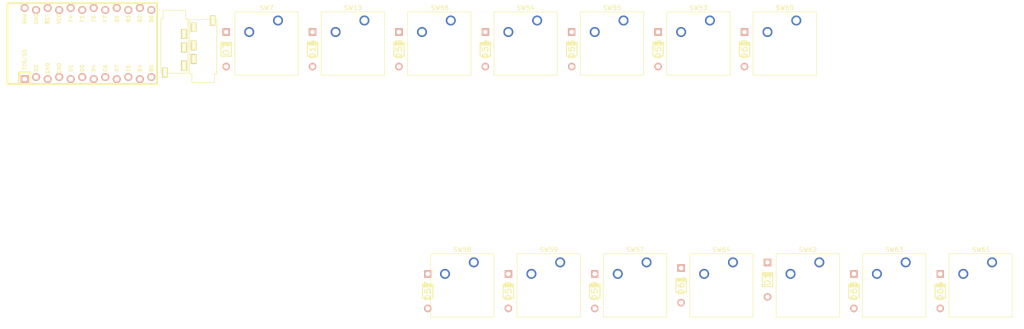
<source format=kicad_pcb>
(kicad_pcb (version 20221018) (generator pcbnew)
  (layers (0 "F.Cu" signal) (31 "B.Cu" signal) (34 "B.Paste" user) (35 "F.Paste" user) (36 "B.SilkS" user "B.Silkscreen") (37 "F.SilkS" user "F.Silkscreen") (38 "B.Mask" user) (39 "F.Mask" user) (44 "Edge.Cuts" user))
  (net 0 "")
  (net 1 "rowD")
  (net 2 "Net-(D1-A)")
  (net 3 "rowF")
  (net 4 "Net-(D7-A)")
  (net 5 "rowH")
  (net 6 "Net-(D14-A)")
  (net 7 "rowB")
  (net 8 "Net-(D53-A)")
  (net 9 "Net-(D54-A)")
  (net 10 "Net-(D55-A)")
  (net 11 "Net-(D56-A)")
  (net 12 "rowC")
  (net 13 "Net-(D57-A)")
  (net 14 "rowE")
  (net 15 "Net-(D58-A)")
  (net 16 "rowG")
  (net 17 "Net-(D59-A)")
  (net 18 "rowA")
  (net 19 "Net-(D60-A)")
  (net 20 "Net-(D61-A)")
  (net 21 "Net-(D63-A)")
  (net 22 "Net-(D64-A)")
  (net 23 "col6")
  (net 24 "col7")
  (net 25 "GND")
  (net 26 "SDA")
  (net 27 "SCL")
  (net 28 "col5")
  (net 29 "col4")
  (net 30 "col3")
  (net 31 "col2")
  (net 32 "col1")
  (net 33 "col0")
  (net 34 "VCC")
  (footprint "Library:ArduinoProMicro-ZigZag" (layer "F.Cu") (at 77.47 87.63)
    (fp_text reference "U1" hide)
    (fp_text value "ProMicro" hide)
    (fp_text user "B3" (at 8.89 -5.461 90) (layer "F.SilkS") (effects (font (size 0.8 0.8))))
    (fp_text user "VCC" (at -6.35 -5.461 90) (layer "F.SilkS") (effects (font (size 0.8 0.8))))
    (fp_text user "B1" (at 6.35 -5.461 90) (layer "F.SilkS") (effects (font (size 0.8 0.8))))
    (fp_text user "C6" (at 3.81 5.461 90) (layer "F.SilkS") (effects (font (size 0.8 0.8))))
    (fp_text user "B5" (at 13.97 5.461 90) (layer "F.SilkS") (effects (font (size 0.8 0.8))))
    (fp_text user "GND" (at -11.43 -5.461 90) (layer "F.SilkS") (effects (font (size 0.8 0.8))))
    (fp_text user "D4" (at 1.27 5.461 90) (layer "F.SilkS") (effects (font (size 0.8 0.8))))
    (fp_text user "F5" (at -1.27 -5.461 90) (layer "F.SilkS") (effects (font (size 0.8 0.8))))
    (fp_text user "B2" (at 11.43 -5.461 90) (layer "F.SilkS") (effects (font (size 0.8 0.8))))
    (fp_text user "RAW" (at -13.97 -5.461 90) (layer "F.SilkS") (effects (font (size 0.8 0.8))))
    (fp_text user "B6" (at 13.97 -5.461 90) (layer "F.SilkS") (effects (font (size 0.8 0.8))))
    (fp_text user "E6" (at 8.89 5.461 90) (layer "F.SilkS") (effects (font (size 0.8 0.8))))
    (fp_text user "ST" (at -8.92 -5.73312 90) (layer "F.SilkS") (effects (font (size 0.8 0.8))))
    (fp_text user "D0" (at -1.27 5.461 90) (layer "F.SilkS") (effects (font (size 0.8 0.8))))
    (fp_text user "GND" (at -8.89 5.461 90) (layer "F.SilkS") (effects (font (size 0.8 0.8))))
    (fp_text user "B4" (at 11.43 5.461 90) (layer "F.SilkS") (effects (font (size 0.8 0.8))))
    (fp_text user "D1" (at -3.81 5.461 90) (layer "F.SilkS") (effects (font (size 0.8 0.8))))
    (fp_text user "TX0/D3" (at -13.97 3.571872 90) (layer "F.SilkS") (effects (font (size 0.8 0.8))))
    (fp_text user "F7" (at 3.81 -5.461 90) (layer "F.SilkS") (effects (font (size 0.8 0.8))))
    (fp_text user "F4" (at -3.81 -5.461 90) (layer "F.SilkS") (effects (font (size 0.8 0.8))))
    (fp_text user "D2" (at -11.43 5.461 90) (layer "F.SilkS") (effects (font (size 0.8 0.8))))
    (fp_text user "F6" (at 1.27 -5.461 90) (layer "F.SilkS") (effects (font (size 0.8 0.8))))
    (fp_text user "D7" (at 6.35 5.461 90) (layer "F.SilkS") (effects (font (size 0.8 0.8))))
    (fp_text user "GND" (at -6.35 5.461 90) (layer "F.SilkS") (effects (font (size 0.8 0.8))))
    (fp_line (start -17.78 -8.89) (end -17.78 8.89) (stroke (width 0.381)) (layer "F.SilkS"))
    (fp_line (start -17.78 8.89) (end -15.24 8.89) (stroke (width 0.381)) (layer "F.SilkS"))
    (fp_line (start -15.24 -8.89) (end -17.78 -8.89) (stroke (width 0.381)) (layer "F.SilkS"))
    (fp_line (start -15.24 6.35) (end -15.24 8.89) (stroke (width 0.381)) (layer "F.SilkS"))
    (fp_line (start -15.24 6.35) (end -12.7 6.35) (stroke (width 0.381)) (layer "F.SilkS"))
    (fp_line (start -15.24 8.89) (end 15.24 8.89) (stroke (width 0.381)) (layer "F.SilkS"))
    (fp_line (start -12.7 6.35) (end -12.7 8.89) (stroke (width 0.381)) (layer "F.SilkS"))
    (fp_line (start 15.24 -8.89) (end -15.24 -8.89) (stroke (width 0.381)) (layer "F.SilkS"))
    (fp_line (start 15.24 8.89) (end 15.24 -8.89) (stroke (width 0.381)) (layer "F.SilkS"))
    (fp_poly (pts (xy -9.36064 -4.931568) (xy -9.26064 -4.931568) (xy -9.26064 -4.431568) (xy -9.36064 -4.431568)) (stroke (width 0.15)) (fill solid) (layer "F.SilkS"))
    (fp_poly (pts (xy -9.36064 -4.931568) (xy -9.06064 -4.931568) (xy -9.06064 -4.831568) (xy -9.36064 -4.831568)) (stroke (width 0.15)) (fill solid) (layer "F.SilkS"))
    (fp_poly (pts (xy -9.36064 -4.531568) (xy -8.56064 -4.531568) (xy -8.56064 -4.431568) (xy -9.36064 -4.431568)) (stroke (width 0.15)) (fill solid) (layer "F.SilkS"))
    (fp_poly (pts (xy -8.96064 -4.731568) (xy -8.86064 -4.731568) (xy -8.86064 -4.631568) (xy -8.96064 -4.631568)) (stroke (width 0.15)) (fill solid) (layer "F.SilkS"))
    (fp_poly (pts (xy -8.76064 -4.931568) (xy -8.56064 -4.931568) (xy -8.56064 -4.831568) (xy -8.76064 -4.831568)) (stroke (width 0.15)) (fill solid) (layer "F.SilkS"))
    (pad "1" thru_hole rect (at -13.97 7.8486) (size 1.7526 1.7526) (drill 1.0922) (layers "*.Cu" "*.SilkS" "*.Mask") (net 23 "col6"))
    (pad "2" thru_hole circle (at -11.43 7.3914) (size 1.7526 1.7526) (drill 1.0922) (layers "*.Cu" "*.SilkS" "*.Mask") (net 24 "col7"))
    (pad "3" thru_hole circle (at -8.89 7.8486) (size 1.7526 1.7526) (drill 1.0922) (layers "*.Cu" "*.SilkS" "*.Mask") (net 25 "GND"))
    (pad "4" thru_hole circle (at -6.35 7.3914) (size 1.7526 1.7526) (drill 1.0922) (layers "*.Cu" "*.SilkS" "*.Mask") (net 25 "GND"))
    (pad "5" thru_hole circle (at -3.81 7.8486) (size 1.7526 1.7526) (drill 1.0922) (layers "*.Cu" "*.SilkS" "*.Mask") (net 26 "SDA"))
    (pad "6" thru_hole circle (at -1.27 7.3914) (size 1.7526 1.7526) (drill 1.0922) (layers "*.Cu" "*.SilkS" "*.Mask") (net 27 "SCL"))
    (pad "7" thru_hole circle (at 1.27 7.8486) (size 1.7526 1.7526) (drill 1.0922) (layers "*.Cu" "*.SilkS" "*.Mask") (net 12 "rowC"))
    (pad "8" thru_hole circle (at 3.81 7.3914) (size 1.7526 1.7526) (drill 1.0922) (layers "*.Cu" "*.SilkS" "*.Mask") (net 1 "rowD"))
    (pad "9" thru_hole circle (at 6.35 7.8486) (size 1.7526 1.7526) (drill 1.0922) (layers "*.Cu" "*.SilkS" "*.Mask") (net 14 "rowE"))
    (pad "10" thru_hole circle (at 8.89 7.3914) (size 1.7526 1.7526) (drill 1.0922) (layers "*.Cu" "*.SilkS" "*.Mask") (net 3 "rowF"))
    (pad "11" thru_hole circle (at 11.43 7.8486) (size 1.7526 1.7526) (drill 1.0922) (layers "*.Cu" "*.SilkS" "*.Mask") (net 18 "rowA"))
    (pad "12" thru_hole circle (at 13.97 7.3914) (size 1.7526 1.7526) (drill 1.0922) (layers "*.Cu" "*.SilkS" "*.Mask") (net 7 "rowB"))
    (pad "13" thru_hole circle (at 13.97 -7.3914) (size 1.7526 1.7526) (drill 1.0922) (layers "*.Cu" "*.SilkS" "*.Mask") (net 28 "col5"))
    (pad "14" thru_hole circle (at 11.43 -7.8486) (size 1.7526 1.7526) (drill 1.0922) (layers "*.Cu" "*.SilkS" "*.Mask") (net 29 "col4"))
    (pad "15" thru_hole circle (at 8.89 -7.3914) (size 1.7526 1.7526) (drill 1.0922) (layers "*.Cu" "*.SilkS" "*.Mask") (net 30 "col3"))
    (pad "16" thru_hole circle (at 6.35 -7.8486) (size 1.7526 1.7526) (drill 1.0922) (layers "*.Cu" "*.SilkS" "*.Mask") (net 31 "col2"))
    (pad "17" thru_hole circle (at 3.81 -7.3914) (size 1.7526 1.7526) (drill 1.0922) (layers "*.Cu" "*.SilkS" "*.Mask") (net 32 "col1"))
    (pad "18" thru_hole circle (at 1.27 -7.8486) (size 1.7526 1.7526) (drill 1.0922) (layers "*.Cu" "*.SilkS" "*.Mask") (net 33 "col0"))
    (pad "19" thru_hole circle (at -1.27 -7.3914) (size 1.7526 1.7526) (drill 1.0922) (layers "*.Cu" "*.SilkS" "*.Mask") (net 16 "rowG"))
    (pad "20" thru_hole circle (at -3.81 -7.8486) (size 1.7526 1.7526) (drill 1.0922) (layers "*.Cu" "*.SilkS" "*.Mask") (net 5 "rowH"))
    (pad "21" thru_hole circle (at -6.35 -7.3914) (size 1.7526 1.7526) (drill 1.0922) (layers "*.Cu" "*.SilkS" "*.Mask") (net 34 "VCC"))
    (pad "22" thru_hole circle (at -8.89 -7.8486) (size 1.7526 1.7526) (drill 1.0922) (layers "*.Cu" "*.SilkS" "*.Mask"))
    (pad "23" thru_hole circle (at -11.43 -7.3914) (size 1.7526 1.7526) (drill 1.0922) (layers "*.Cu" "*.SilkS" "*.Mask") (net 25 "GND"))
    (pad "24" thru_hole circle (at -13.97 -7.8486) (size 1.7526 1.7526) (drill 1.0922) (layers "*.Cu" "*.SilkS" "*.Mask"))
  )
  (footprint "Button_Switch_Keyboard:SW_Cherry_MX_1.00u_PCB" (layer "F.Cu") (at 276.86 135.89)
    (fp_text reference "SW61" (at -2.413 -2.794) (layer "F.SilkS"))
    (fp_text value "KEYSW")
    (fp_line (start -9.525 -1.905) (end 4.445 -1.905) (stroke (width 0.12)) (layer "F.SilkS"))
    (fp_line (start -9.525 12.065) (end -9.525 -1.905) (stroke (width 0.12)) (layer "F.SilkS"))
    (fp_line (start 4.445 -1.905) (end 4.445 12.065) (stroke (width 0.12)) (layer "F.SilkS"))
    (fp_line (start 4.445 12.065) (end -9.525 12.065) (stroke (width 0.12)) (layer "F.SilkS"))
    (pad "" np_thru_hole circle (at -7.62 5.08) (size 1.7 1.7) (drill 1.7) (layers "*.Cu" "*.Mask"))
    (pad "" np_thru_hole circle (at -2.54 5.08) (size 4 4) (drill 4) (layers "*.Cu" "*.Mask"))
    (pad "" np_thru_hole circle (at 2.54 5.08) (size 1.7 1.7) (drill 1.7) (layers "*.Cu" "*.Mask"))
    (pad "1" thru_hole circle (at 0 0) (size 2.2 2.2) (drill 1.5) (layers "*.Cu" "*.Mask") (net 24 "col7"))
    (pad "2" thru_hole circle (at -6.35 2.54) (size 2.2 2.2) (drill 1.5) (layers "*.Cu" "*.Mask") (net 22 "Net-(D64-A)"))
  )
  (footprint "Library:Diode" (layer "F.Cu") (at 222.25 88.9 90)
    (fp_text reference "D60" (at 0 0 90) (layer "F.SilkS") (effects (font (size 1.27 1.524) (thickness 0.2032))))
    (fp_text value "D_Small" hide)
    (fp_line (start -1.524 -1.143) (end 1.524 -1.143) (stroke (width 0.2032)) (layer "F.SilkS"))
    (fp_line (start -1.524 1.143) (end -1.524 -1.143) (stroke (width 0.2032)) (layer "F.SilkS"))
    (fp_line (start 0.9 1.1) (end 0.9 -1.1) (stroke (width 0.15)) (layer "F.SilkS"))
    (fp_line (start 1.1 -1.1) (end 1.1 1.1) (stroke (width 0.15)) (layer "F.SilkS"))
    (fp_line (start 1.3 -1.1) (end 1.3 -1) (stroke (width 0.15)) (layer "F.SilkS"))
    (fp_line (start 1.3 -1) (end 1.3 -1.1) (stroke (width 0.15)) (layer "F.SilkS"))
    (fp_line (start 1.3 1.1) (end 1.3 -1) (stroke (width 0.15)) (layer "F.SilkS"))
    (fp_line (start 1.524 -1.143) (end 1.524 1.143) (stroke (width 0.2032)) (layer "F.SilkS"))
    (fp_line (start 1.524 1.143) (end -1.524 1.143) (stroke (width 0.2032)) (layer "F.SilkS"))
    (pad "1" thru_hole circle (at -3.81 0 90) (size 1.651 1.651) (drill 0.9906) (layers "*.Cu" "*.SilkS" "*.Mask") (net 18 "rowA"))
    (pad "2" thru_hole rect (at 3.81 0 90) (size 1.651 1.651) (drill 0.9906) (layers "*.Cu" "*.SilkS" "*.Mask") (net 19 "Net-(D60-A)"))
  )
  (footprint "Library:Diode" (layer "F.Cu") (at 208.28 140.97 90)
    (fp_text reference "D61" (at 0 0 90) (layer "F.SilkS") (effects (font (size 1.27 1.524) (thickness 0.2032))))
    (fp_text value "D_Small" hide)
    (fp_line (start -1.524 -1.143) (end 1.524 -1.143) (stroke (width 0.2032)) (layer "F.SilkS"))
    (fp_line (start -1.524 1.143) (end -1.524 -1.143) (stroke (width 0.2032)) (layer "F.SilkS"))
    (fp_line (start 0.9 1.1) (end 0.9 -1.1) (stroke (width 0.15)) (layer "F.SilkS"))
    (fp_line (start 1.1 -1.1) (end 1.1 1.1) (stroke (width 0.15)) (layer "F.SilkS"))
    (fp_line (start 1.3 -1.1) (end 1.3 -1) (stroke (width 0.15)) (layer "F.SilkS"))
    (fp_line (start 1.3 -1) (end 1.3 -1.1) (stroke (width 0.15)) (layer "F.SilkS"))
    (fp_line (start 1.3 1.1) (end 1.3 -1) (stroke (width 0.15)) (layer "F.SilkS"))
    (fp_line (start 1.524 -1.143) (end 1.524 1.143) (stroke (width 0.2032)) (layer "F.SilkS"))
    (fp_line (start 1.524 1.143) (end -1.524 1.143) (stroke (width 0.2032)) (layer "F.SilkS"))
    (pad "1" thru_hole circle (at -3.81 0 90) (size 1.651 1.651) (drill 0.9906) (layers "*.Cu" "*.SilkS" "*.Mask") (net 7 "rowB"))
    (pad "2" thru_hole rect (at 3.81 0 90) (size 1.651 1.651) (drill 0.9906) (layers "*.Cu" "*.SilkS" "*.Mask") (net 20 "Net-(D61-A)"))
  )
  (footprint "Library:Diode" (layer "F.Cu") (at 227.33 139.7 90)
    (fp_text reference "D1" (at 0 0 90) (layer "F.SilkS") (effects (font (size 1.27 1.524) (thickness 0.2032))))
    (fp_text value "D_Small" hide)
    (fp_line (start -1.524 -1.143) (end 1.524 -1.143) (stroke (width 0.2032)) (layer "F.SilkS"))
    (fp_line (start -1.524 1.143) (end -1.524 -1.143) (stroke (width 0.2032)) (layer "F.SilkS"))
    (fp_line (start 0.9 1.1) (end 0.9 -1.1) (stroke (width 0.15)) (layer "F.SilkS"))
    (fp_line (start 1.1 -1.1) (end 1.1 1.1) (stroke (width 0.15)) (layer "F.SilkS"))
    (fp_line (start 1.3 -1.1) (end 1.3 -1) (stroke (width 0.15)) (layer "F.SilkS"))
    (fp_line (start 1.3 -1) (end 1.3 -1.1) (stroke (width 0.15)) (layer "F.SilkS"))
    (fp_line (start 1.3 1.1) (end 1.3 -1) (stroke (width 0.15)) (layer "F.SilkS"))
    (fp_line (start 1.524 -1.143) (end 1.524 1.143) (stroke (width 0.2032)) (layer "F.SilkS"))
    (fp_line (start 1.524 1.143) (end -1.524 1.143) (stroke (width 0.2032)) (layer "F.SilkS"))
    (pad "1" thru_hole circle (at -3.81 0 90) (size 1.651 1.651) (drill 0.9906) (layers "*.Cu" "*.SilkS" "*.Mask") (net 1 "rowD"))
    (pad "2" thru_hole rect (at 3.81 0 90) (size 1.651 1.651) (drill 0.9906) (layers "*.Cu" "*.SilkS" "*.Mask") (net 2 "Net-(D1-A)"))
  )
  (footprint "Library:Diode" (layer "F.Cu") (at 170.18 142.24 90)
    (fp_text reference "D58" (at 0 0 90) (layer "F.SilkS") (effects (font (size 1.27 1.524) (thickness 0.2032))))
    (fp_text value "D_Small" hide)
    (fp_line (start -1.524 -1.143) (end 1.524 -1.143) (stroke (width 0.2032)) (layer "F.SilkS"))
    (fp_line (start -1.524 1.143) (end -1.524 -1.143) (stroke (width 0.2032)) (layer "F.SilkS"))
    (fp_line (start 0.9 1.1) (end 0.9 -1.1) (stroke (width 0.15)) (layer "F.SilkS"))
    (fp_line (start 1.1 -1.1) (end 1.1 1.1) (stroke (width 0.15)) (layer "F.SilkS"))
    (fp_line (start 1.3 -1.1) (end 1.3 -1) (stroke (width 0.15)) (layer "F.SilkS"))
    (fp_line (start 1.3 -1) (end 1.3 -1.1) (stroke (width 0.15)) (layer "F.SilkS"))
    (fp_line (start 1.3 1.1) (end 1.3 -1) (stroke (width 0.15)) (layer "F.SilkS"))
    (fp_line (start 1.524 -1.143) (end 1.524 1.143) (stroke (width 0.2032)) (layer "F.SilkS"))
    (fp_line (start 1.524 1.143) (end -1.524 1.143) (stroke (width 0.2032)) (layer "F.SilkS"))
    (pad "1" thru_hole circle (at -3.81 0 90) (size 1.651 1.651) (drill 0.9906) (layers "*.Cu" "*.SilkS" "*.Mask") (net 14 "rowE"))
    (pad "2" thru_hole rect (at 3.81 0 90) (size 1.651 1.651) (drill 0.9906) (layers "*.Cu" "*.SilkS" "*.Mask") (net 15 "Net-(D58-A)"))
  )
  (footprint "Button_Switch_Keyboard:SW_Cherry_MX_1.00u_PCB" (layer "F.Cu") (at 157.48 82.55)
    (fp_text reference "SW56" (at -2.413 -2.794) (layer "F.SilkS"))
    (fp_text value "KEYSW")
    (fp_line (start -9.525 -1.905) (end 4.445 -1.905) (stroke (width 0.12)) (layer "F.SilkS"))
    (fp_line (start -9.525 12.065) (end -9.525 -1.905) (stroke (width 0.12)) (layer "F.SilkS"))
    (fp_line (start 4.445 -1.905) (end 4.445 12.065) (stroke (width 0.12)) (layer "F.SilkS"))
    (fp_line (start 4.445 12.065) (end -9.525 12.065) (stroke (width 0.12)) (layer "F.SilkS"))
    (pad "" np_thru_hole circle (at -7.62 5.08) (size 1.7 1.7) (drill 1.7) (layers "*.Cu" "*.Mask"))
    (pad "" np_thru_hole circle (at -2.54 5.08) (size 4 4) (drill 4) (layers "*.Cu" "*.Mask"))
    (pad "" np_thru_hole circle (at 2.54 5.08) (size 1.7 1.7) (drill 1.7) (layers "*.Cu" "*.Mask"))
    (pad "1" thru_hole circle (at 0 0) (size 2.2 2.2) (drill 1.5) (layers "*.Cu" "*.Mask") (net 23 "col6"))
    (pad "2" thru_hole circle (at -6.35 2.54) (size 2.2 2.2) (drill 1.5) (layers "*.Cu" "*.Mask") (net 8 "Net-(D53-A)"))
  )
  (footprint "Button_Switch_Keyboard:SW_Cherry_MX_1.00u_PCB" (layer "F.Cu") (at 176.53 82.55)
    (fp_text reference "SW54" (at -2.54 -2.794) (layer "F.SilkS"))
    (fp_text value "KEYSW")
    (fp_line (start -9.525 -1.905) (end 4.445 -1.905) (stroke (width 0.12)) (layer "F.SilkS"))
    (fp_line (start -9.525 12.065) (end -9.525 -1.905) (stroke (width 0.12)) (layer "F.SilkS"))
    (fp_line (start 4.445 -1.905) (end 4.445 12.065) (stroke (width 0.12)) (layer "F.SilkS"))
    (fp_line (start 4.445 12.065) (end -9.525 12.065) (stroke (width 0.12)) (layer "F.SilkS"))
    (pad "" np_thru_hole circle (at -7.62 5.08) (size 1.7 1.7) (drill 1.7) (layers "*.Cu" "*.Mask"))
    (pad "" np_thru_hole circle (at -2.54 5.08) (size 4 4) (drill 4) (layers "*.Cu" "*.Mask"))
    (pad "" np_thru_hole circle (at 2.54 5.08) (size 1.7 1.7) (drill 1.7) (layers "*.Cu" "*.Mask"))
    (pad "1" thru_hole circle (at 0 0) (size 2.2 2.2) (drill 1.5) (layers "*.Cu" "*.Mask") (net 23 "col6"))
    (pad "2" thru_hole circle (at -6.35 2.54) (size 2.2 2.2) (drill 1.5) (layers "*.Cu" "*.Mask") (net 9 "Net-(D54-A)"))
  )
  (footprint "Button_Switch_Keyboard:SW_Cherry_MX_1.00u_PCB" (layer "F.Cu") (at 181.61 135.89)
    (fp_text reference "SW59" (at -2.54 -2.794) (layer "F.SilkS"))
    (fp_text value "KEYSW")
    (fp_line (start -9.525 -1.905) (end 4.445 -1.905) (stroke (width 0.12)) (layer "F.SilkS"))
    (fp_line (start -9.525 12.065) (end -9.525 -1.905) (stroke (width 0.12)) (layer "F.SilkS"))
    (fp_line (start 4.445 -1.905) (end 4.445 12.065) (stroke (width 0.12)) (layer "F.SilkS"))
    (fp_line (start 4.445 12.065) (end -9.525 12.065) (stroke (width 0.12)) (layer "F.SilkS"))
    (pad "" np_thru_hole circle (at -7.62 5.08) (size 1.7 1.7) (drill 1.7) (layers "*.Cu" "*.Mask"))
    (pad "" np_thru_hole circle (at -2.54 5.08) (size 4 4) (drill 4) (layers "*.Cu" "*.Mask"))
    (pad "" np_thru_hole circle (at 2.54 5.08) (size 1.7 1.7) (drill 1.7) (layers "*.Cu" "*.Mask"))
    (pad "1" thru_hole circle (at 0 0) (size 2.2 2.2) (drill 1.5) (layers "*.Cu" "*.Mask") (net 24 "col7"))
    (pad "2" thru_hole circle (at -6.35 2.54) (size 2.2 2.2) (drill 1.5) (layers "*.Cu" "*.Mask") (net 15 "Net-(D58-A)"))
  )
  (footprint "Library:Diode" (layer "F.Cu") (at 265.43 142.24 90)
    (fp_text reference "D64" (at 0 0 90) (layer "F.SilkS") (effects (font (size 1.27 1.524) (thickness 0.2032))))
    (fp_text value "D_Small" hide)
    (fp_line (start -1.524 -1.143) (end 1.524 -1.143) (stroke (width 0.2032)) (layer "F.SilkS"))
    (fp_line (start -1.524 1.143) (end -1.524 -1.143) (stroke (width 0.2032)) (layer "F.SilkS"))
    (fp_line (start 0.9 1.1) (end 0.9 -1.1) (stroke (width 0.15)) (layer "F.SilkS"))
    (fp_line (start 1.1 -1.1) (end 1.1 1.1) (stroke (width 0.15)) (layer "F.SilkS"))
    (fp_line (start 1.3 -1.1) (end 1.3 -1) (stroke (width 0.15)) (layer "F.SilkS"))
    (fp_line (start 1.3 -1) (end 1.3 -1.1) (stroke (width 0.15)) (layer "F.SilkS"))
    (fp_line (start 1.3 1.1) (end 1.3 -1) (stroke (width 0.15)) (layer "F.SilkS"))
    (fp_line (start 1.524 -1.143) (end 1.524 1.143) (stroke (width 0.2032)) (layer "F.SilkS"))
    (fp_line (start 1.524 1.143) (end -1.524 1.143) (stroke (width 0.2032)) (layer "F.SilkS"))
    (pad "1" thru_hole circle (at -3.81 0 90) (size 1.651 1.651) (drill 0.9906) (layers "*.Cu" "*.SilkS" "*.Mask") (net 5 "rowH"))
    (pad "2" thru_hole rect (at 3.81 0 90) (size 1.651 1.651) (drill 0.9906) (layers "*.Cu" "*.SilkS" "*.Mask") (net 22 "Net-(D64-A)"))
  )
  (footprint "Library:Diode" (layer "F.Cu") (at 127 88.9 90)
    (fp_text reference "D14" (at 0 0 90) (layer "F.SilkS") (effects (font (size 1.27 1.524) (thickness 0.2032))))
    (fp_text value "D_Small" hide)
    (fp_line (start -1.524 -1.143) (end 1.524 -1.143) (stroke (width 0.2032)) (layer "F.SilkS"))
    (fp_line (start -1.524 1.143) (end -1.524 -1.143) (stroke (width 0.2032)) (layer "F.SilkS"))
    (fp_line (start 0.9 1.1) (end 0.9 -1.1) (stroke (width 0.15)) (layer "F.SilkS"))
    (fp_line (start 1.1 -1.1) (end 1.1 1.1) (stroke (width 0.15)) (layer "F.SilkS"))
    (fp_line (start 1.3 -1.1) (end 1.3 -1) (stroke (width 0.15)) (layer "F.SilkS"))
    (fp_line (start 1.3 -1) (end 1.3 -1.1) (stroke (width 0.15)) (layer "F.SilkS"))
    (fp_line (start 1.3 1.1) (end 1.3 -1) (stroke (width 0.15)) (layer "F.SilkS"))
    (fp_line (start 1.524 -1.143) (end 1.524 1.143) (stroke (width 0.2032)) (layer "F.SilkS"))
    (fp_line (start 1.524 1.143) (end -1.524 1.143) (stroke (width 0.2032)) (layer "F.SilkS"))
    (pad "1" thru_hole circle (at -3.81 0 90) (size 1.651 1.651) (drill 0.9906) (layers "*.Cu" "*.SilkS" "*.Mask") (net 5 "rowH"))
    (pad "2" thru_hole rect (at 3.81 0 90) (size 1.651 1.651) (drill 0.9906) (layers "*.Cu" "*.SilkS" "*.Mask") (net 6 "Net-(D14-A)"))
  )
  (footprint "Library:TRRS" (layer "F.Cu") (at 102.87 94.3375 180)
    (fp_text reference "J2" hide)
    (fp_text value "4PIN" hide)
    (fp_line (start -3 0) (end -2.5 0) (stroke (width 0.15)) (layer "F.SilkS"))
    (fp_line (start -3 12) (end -3 0) (stroke (width 0.15)) (layer "F.SilkS"))
    (fp_line (start -2.5 -1.9) (end 2.5 -1.9) (stroke (width 0.15)) (layer "F.SilkS"))
    (fp_line (start -2.5 0) (end -2.5 -1.9) (stroke (width 0.15)) (layer "F.SilkS"))
    (fp_line (start 2.5 0) (end 2.5 -1.9) (stroke (width 0.15)) (layer "F.SilkS"))
    (fp_line (start 3 0) (end 2.5 0) (stroke (width 0.15)) (layer "F.SilkS"))
    (fp_line (start 3 0) (end 3 12) (stroke (width 0.15)) (layer "F.SilkS"))
    (fp_line (start 3 12) (end -3 12) (stroke (width 0.15)) (layer "F.SilkS"))
    (pad "" np_thru_hole circle (at 0 1.5 180) (size 1.2 1.2) (drill 1.2) (layers "*.Cu" "*.Mask" "F.SilkS"))
    (pad "" np_thru_hole circle (at 0 8.5 180) (size 1.2 1.2) (drill 1.2) (layers "*.Cu" "*.Mask" "F.SilkS"))
    (pad "1" thru_hole rect (at 2.1 10.3 180) (size 1.2 2.1) (drill oval 0.5 1.6) (layers "*.Cu" "*.Mask" "F.SilkS") (clearance 0.15))
    (pad "2" thru_hole rect (at 2.1 6.3 180) (size 1.2 2.1) (drill oval 0.5 1.6) (layers "*.Cu" "*.Mask" "F.SilkS") (clearance 0.15))
    (pad "3" thru_hole rect (at 2.1 3.3 180) (size 1.2 2.1) (drill oval 0.5 1.6) (layers "*.Cu" "*.Mask" "F.SilkS") (clearance 0.15))
    (pad "4" thru_hole rect (at -2.1 11.8 180) (size 1.2 2.1) (drill oval 0.5 1.6) (layers "*.Cu" "*.Mask" "F.SilkS") (clearance 0.15))
  )
  (footprint "Button_Switch_Keyboard:SW_Cherry_MX_1.00u_PCB" (layer "F.Cu") (at 233.68 82.55)
    (fp_text reference "SW60" (at -2.54 -2.794) (layer "F.SilkS"))
    (fp_text value "KEYSW")
    (fp_line (start -9.525 -1.905) (end 4.445 -1.905) (stroke (width 0.12)) (layer "F.SilkS"))
    (fp_line (start -9.525 12.065) (end -9.525 -1.905) (stroke (width 0.12)) (layer "F.SilkS"))
    (fp_line (start 4.445 -1.905) (end 4.445 12.065) (stroke (width 0.12)) (layer "F.SilkS"))
    (fp_line (start 4.445 12.065) (end -9.525 12.065) (stroke (width 0.12)) (layer "F.SilkS"))
    (pad "" np_thru_hole circle (at -7.62 5.08) (size 1.7 1.7) (drill 1.7) (layers "*.Cu" "*.Mask"))
    (pad "" np_thru_hole circle (at -2.54 5.08) (size 4 4) (drill 4) (layers "*.Cu" "*.Mask"))
    (pad "" np_thru_hole circle (at 2.54 5.08) (size 1.7 1.7) (drill 1.7) (layers "*.Cu" "*.Mask"))
    (pad "1" thru_hole circle (at 0 0) (size 2.2 2.2) (drill 1.5) (layers "*.Cu" "*.Mask") (net 24 "col7"))
    (pad "2" thru_hole circle (at -6.35 2.54) (size 2.2 2.2) (drill 1.5) (layers "*.Cu" "*.Mask") (net 19 "Net-(D60-A)"))
  )
  (footprint "Button_Switch_Keyboard:SW_Cherry_MX_1.00u_PCB" (layer "F.Cu") (at 214.63 82.55)
    (fp_text reference "SW53" (at -2.54 -2.794) (layer "F.SilkS"))
    (fp_text value "KEYSW")
    (fp_line (start -9.525 -1.905) (end 4.445 -1.905) (stroke (width 0.12)) (layer "F.SilkS"))
    (fp_line (start -9.525 12.065) (end -9.525 -1.905) (stroke (width 0.12)) (layer "F.SilkS"))
    (fp_line (start 4.445 -1.905) (end 4.445 12.065) (stroke (width 0.12)) (layer "F.SilkS"))
    (fp_line (start 4.445 12.065) (end -9.525 12.065) (stroke (width 0.12)) (layer "F.SilkS"))
    (pad "" np_thru_hole circle (at -7.62 5.08) (size 1.7 1.7) (drill 1.7) (layers "*.Cu" "*.Mask"))
    (pad "" np_thru_hole circle (at -2.54 5.08) (size 4 4) (drill 4) (layers "*.Cu" "*.Mask"))
    (pad "" np_thru_hole circle (at 2.54 5.08) (size 1.7 1.7) (drill 1.7) (layers "*.Cu" "*.Mask"))
    (pad "1" thru_hole circle (at 0 0) (size 2.2 2.2) (drill 1.5) (layers "*.Cu" "*.Mask") (net 23 "col6"))
    (pad "2" thru_hole circle (at -6.35 2.54) (size 2.2 2.2) (drill 1.5) (layers "*.Cu" "*.Mask") (net 11 "Net-(D56-A)"))
  )
  (footprint "Button_Switch_Keyboard:SW_Cherry_MX_1.00u_PCB" (layer "F.Cu") (at 138.43 82.55)
    (fp_text reference "SW13" (at -2.54 -2.794) (layer "F.SilkS"))
    (fp_text value "KEYSW")
    (fp_line (start -9.525 -1.905) (end 4.445 -1.905) (stroke (width 0.12)) (layer "F.SilkS"))
    (fp_line (start -9.525 12.065) (end -9.525 -1.905) (stroke (width 0.12)) (layer "F.SilkS"))
    (fp_line (start 4.445 -1.905) (end 4.445 12.065) (stroke (width 0.12)) (layer "F.SilkS"))
    (fp_line (start 4.445 12.065) (end -9.525 12.065) (stroke (width 0.12)) (layer "F.SilkS"))
    (pad "" np_thru_hole circle (at -7.62 5.08) (size 1.7 1.7) (drill 1.7) (layers "*.Cu" "*.Mask"))
    (pad "" np_thru_hole circle (at -2.54 5.08) (size 4 4) (drill 4) (layers "*.Cu" "*.Mask"))
    (pad "" np_thru_hole circle (at 2.54 5.08) (size 1.7 1.7) (drill 1.7) (layers "*.Cu" "*.Mask"))
    (pad "1" thru_hole circle (at 0 0) (size 2.2 2.2) (drill 1.5) (layers "*.Cu" "*.Mask") (net 32 "col1"))
    (pad "2" thru_hole circle (at -6.35 2.54) (size 2.2 2.2) (drill 1.5) (layers "*.Cu" "*.Mask") (net 6 "Net-(D14-A)"))
  )
  (footprint "Library:Diode" (layer "F.Cu") (at 184.15 88.9 90)
    (fp_text reference "D55" (at 0 0 90) (layer "F.SilkS") (effects (font (size 1.27 1.524) (thickness 0.2032))))
    (fp_text value "D_Small" hide)
    (fp_line (start -1.524 -1.143) (end 1.524 -1.143) (stroke (width 0.2032)) (layer "F.SilkS"))
    (fp_line (start -1.524 1.143) (end -1.524 -1.143) (stroke (width 0.2032)) (layer "F.SilkS"))
    (fp_line (start 0.9 1.1) (end 0.9 -1.1) (stroke (width 0.15)) (layer "F.SilkS"))
    (fp_line (start 1.1 -1.1) (end 1.1 1.1) (stroke (width 0.15)) (layer "F.SilkS"))
    (fp_line (start 1.3 -1.1) (end 1.3 -1) (stroke (width 0.15)) (layer "F.SilkS"))
    (fp_line (start 1.3 -1) (end 1.3 -1.1) (stroke (width 0.15)) (layer "F.SilkS"))
    (fp_line (start 1.3 1.1) (end 1.3 -1) (stroke (width 0.15)) (layer "F.SilkS"))
    (fp_line (start 1.524 -1.143) (end 1.524 1.143) (stroke (width 0.2032)) (layer "F.SilkS"))
    (fp_line (start 1.524 1.143) (end -1.524 1.143) (stroke (width 0.2032)) (layer "F.SilkS"))
    (pad "1" thru_hole circle (at -3.81 0 90) (size 1.651 1.651) (drill 0.9906) (layers "*.Cu" "*.SilkS" "*.Mask") (net 3 "rowF"))
    (pad "2" thru_hole rect (at 3.81 0 90) (size 1.651 1.651) (drill 0.9906) (layers "*.Cu" "*.SilkS" "*.Mask") (net 10 "Net-(D55-A)"))
  )
  (footprint "Button_Switch_Keyboard:SW_Cherry_MX_1.00u_PCB" (layer "F.Cu") (at 162.56 135.89)
    (fp_text reference "SW58" (at -2.54 -2.794) (layer "F.SilkS"))
    (fp_text value "KEYSW")
    (fp_line (start -9.525 -1.905) (end 4.445 -1.905) (stroke (width 0.12)) (layer "F.SilkS"))
    (fp_line (start -9.525 12.065) (end -9.525 -1.905) (stroke (width 0.12)) (layer "F.SilkS"))
    (fp_line (start 4.445 -1.905) (end 4.445 12.065) (stroke (width 0.12)) (layer "F.SilkS"))
    (fp_line (start 4.445 12.065) (end -9.525 12.065) (stroke (width 0.12)) (layer "F.SilkS"))
    (pad "" np_thru_hole circle (at -7.62 5.08) (size 1.7 1.7) (drill 1.7) (layers "*.Cu" "*.Mask"))
    (pad "" np_thru_hole circle (at -2.54 5.08) (size 4 4) (drill 4) (layers "*.Cu" "*.Mask"))
    (pad "" np_thru_hole circle (at 2.54 5.08) (size 1.7 1.7) (drill 1.7) (layers "*.Cu" "*.Mask"))
    (pad "1" thru_hole circle (at 0 0) (size 2.2 2.2) (drill 1.5) (layers "*.Cu" "*.Mask") (net 24 "col7"))
    (pad "2" thru_hole circle (at -6.35 2.54) (size 2.2 2.2) (drill 1.5) (layers "*.Cu" "*.Mask") (net 13 "Net-(D57-A)"))
  )
  (footprint "Library:Diode" (layer "F.Cu") (at 146.05 88.9 90)
    (fp_text reference "D53" (at 0 0 90) (layer "F.SilkS") (effects (font (size 1.27 1.524) (thickness 0.2032))))
    (fp_text value "D_Small" hide)
    (fp_line (start -1.524 -1.143) (end 1.524 -1.143) (stroke (width 0.2032)) (layer "F.SilkS"))
    (fp_line (start -1.524 1.143) (end -1.524 -1.143) (stroke (width 0.2032)) (layer "F.SilkS"))
    (fp_line (start 0.9 1.1) (end 0.9 -1.1) (stroke (width 0.15)) (layer "F.SilkS"))
    (fp_line (start 1.1 -1.1) (end 1.1 1.1) (stroke (width 0.15)) (layer "F.SilkS"))
    (fp_line (start 1.3 -1.1) (end 1.3 -1) (stroke (width 0.15)) (layer "F.SilkS"))
    (fp_line (start 1.3 -1) (end 1.3 -1.1) (stroke (width 0.15)) (layer "F.SilkS"))
    (fp_line (start 1.3 1.1) (end 1.3 -1) (stroke (width 0.15)) (layer "F.SilkS"))
    (fp_line (start 1.524 -1.143) (end 1.524 1.143) (stroke (width 0.2032)) (layer "F.SilkS"))
    (fp_line (start 1.524 1.143) (end -1.524 1.143) (stroke (width 0.2032)) (layer "F.SilkS"))
    (pad "1" thru_hole circle (at -3.81 0 90) (size 1.651 1.651) (drill 0.9906) (layers "*.Cu" "*.SilkS" "*.Mask") (net 7 "rowB"))
    (pad "2" thru_hole rect (at 3.81 0 90) (size 1.651 1.651) (drill 0.9906) (layers "*.Cu" "*.SilkS" "*.Mask") (net 8 "Net-(D53-A)"))
  )
  (footprint "Library:TRRS" (layer "F.Cu") (at 96.52 82.1925)
    (fp_text reference "J2" hide)
    (fp_text value "4PIN" hide)
    (fp_line (start -3 0) (end -2.5 0) (stroke (width 0.15)) (layer "F.SilkS"))
    (fp_line (start -3 12) (end -3 0) (stroke (width 0.15)) (layer "F.SilkS"))
    (fp_line (start -2.5 -1.9) (end 2.5 -1.9) (stroke (width 0.15)) (layer "F.SilkS"))
    (fp_line (start -2.5 0) (end -2.5 -1.9) (stroke (width 0.15)) (layer "F.SilkS"))
    (fp_line (start 2.5 0) (end 2.5 -1.9) (stroke (width 0.15)) (layer "F.SilkS"))
    (fp_line (start 3 0) (end 2.5 0) (stroke (width 0.15)) (layer "F.SilkS"))
    (fp_line (start 3 0) (end 3 12) (stroke (width 0.15)) (layer "F.SilkS"))
    (fp_line (start 3 12) (end -3 12) (stroke (width 0.15)) (layer "F.SilkS"))
    (pad "" np_thru_hole circle (at 0 1.5) (size 1.2 1.2) (drill 1.2) (layers "*.Cu" "*.Mask" "F.SilkS"))
    (pad "" np_thru_hole circle (at 0 8.5) (size 1.2 1.2) (drill 1.2) (layers "*.Cu" "*.Mask" "F.SilkS"))
    (pad "1" thru_hole rect (at 2.1 10.3) (size 1.2 2.1) (drill oval 0.5 1.6) (layers "*.Cu" "*.Mask" "F.SilkS") (clearance 0.15))
    (pad "2" thru_hole rect (at 2.1 6.3) (size 1.2 2.1) (drill oval 0.5 1.6) (layers "*.Cu" "*.Mask" "F.SilkS") (clearance 0.15))
    (pad "3" thru_hole rect (at 2.1 3.3) (size 1.2 2.1) (drill oval 0.5 1.6) (layers "*.Cu" "*.Mask" "F.SilkS") (clearance 0.15))
    (pad "4" thru_hole rect (at -2.1 11.8) (size 1.2 2.1) (drill oval 0.5 1.6) (layers "*.Cu" "*.Mask" "F.SilkS") (clearance 0.15))
  )
  (footprint "Library:Diode" (layer "F.Cu") (at 203.2 88.9 90)
    (fp_text reference "D56" (at 0 0 90) (layer "F.SilkS") (effects (font (size 1.27 1.524) (thickness 0.2032))))
    (fp_text value "D_Small" hide)
    (fp_line (start -1.524 -1.143) (end 1.524 -1.143) (stroke (width 0.2032)) (layer "F.SilkS"))
    (fp_line (start -1.524 1.143) (end -1.524 -1.143) (stroke (width 0.2032)) (layer "F.SilkS"))
    (fp_line (start 0.9 1.1) (end 0.9 -1.1) (stroke (width 0.15)) (layer "F.SilkS"))
    (fp_line (start 1.1 -1.1) (end 1.1 1.1) (stroke (width 0.15)) (layer "F.SilkS"))
    (fp_line (start 1.3 -1.1) (end 1.3 -1) (stroke (width 0.15)) (layer "F.SilkS"))
    (fp_line (start 1.3 -1) (end 1.3 -1.1) (stroke (width 0.15)) (layer "F.SilkS"))
    (fp_line (start 1.3 1.1) (end 1.3 -1) (stroke (width 0.15)) (layer "F.SilkS"))
    (fp_line (start 1.524 -1.143) (end 1.524 1.143) (stroke (width 0.2032)) (layer "F.SilkS"))
    (fp_line (start 1.524 1.143) (end -1.524 1.143) (stroke (width 0.2032)) (layer "F.SilkS"))
    (pad "1" thru_hole circle (at -3.81 0 90) (size 1.651 1.651) (drill 0.9906) (layers "*.Cu" "*.SilkS" "*.Mask") (net 5 "rowH"))
    (pad "2" thru_hole rect (at 3.81 0 90) (size 1.651 1.651) (drill 0.9906) (layers "*.Cu" "*.SilkS" "*.Mask") (net 11 "Net-(D56-A)"))
  )
  (footprint "Button_Switch_Keyboard:SW_Cherry_MX_1.00u_PCB" (layer "F.Cu") (at 119.38 82.55)
    (fp_text reference "SW7" (at -2.54 -2.794) (layer "F.SilkS"))
    (fp_text value "KEYSW")
    (fp_line (start -9.525 -1.905) (end 4.445 -1.905) (stroke (width 0.12)) (layer "F.SilkS"))
    (fp_line (start -9.525 12.065) (end -9.525 -1.905) (stroke (width 0.12)) (layer "F.SilkS"))
    (fp_line (start 4.445 -1.905) (end 4.445 12.065) (stroke (width 0.12)) (layer "F.SilkS"))
    (fp_line (start 4.445 12.065) (end -9.525 12.065) (stroke (width 0.12)) (layer "F.SilkS"))
    (pad "" np_thru_hole circle (at -7.62 5.08) (size 1.7 1.7) (drill 1.7) (layers "*.Cu" "*.Mask"))
    (pad "" np_thru_hole circle (at -2.54 5.08) (size 4 4) (drill 4) (layers "*.Cu" "*.Mask"))
    (pad "" np_thru_hole circle (at 2.54 5.08) (size 1.7 1.7) (drill 1.7) (layers "*.Cu" "*.Mask"))
    (pad "1" thru_hole circle (at 0 0) (size 2.2 2.2) (drill 1.5) (layers "*.Cu" "*.Mask") (net 33 "col0"))
    (pad "2" thru_hole circle (at -6.35 2.54) (size 2.2 2.2) (drill 1.5) (layers "*.Cu" "*.Mask") (net 4 "Net-(D7-A)"))
  )
  (footprint "Library:Diode" (layer "F.Cu") (at 165.1 88.9 90)
    (fp_text reference "D54" (at 0 0 90) (layer "F.SilkS") (effects (font (size 1.27 1.524) (thickness 0.2032))))
    (fp_text value "D_Small" hide)
    (fp_line (start -1.524 -1.143) (end 1.524 -1.143) (stroke (width 0.2032)) (layer "F.SilkS"))
    (fp_line (start -1.524 1.143) (end -1.524 -1.143) (stroke (width 0.2032)) (layer "F.SilkS"))
    (fp_line (start 0.9 1.1) (end 0.9 -1.1) (stroke (width 0.15)) (layer "F.SilkS"))
    (fp_line (start 1.1 -1.1) (end 1.1 1.1) (stroke (width 0.15)) (layer "F.SilkS"))
    (fp_line (start 1.3 -1.1) (end 1.3 -1) (stroke (width 0.15)) (layer "F.SilkS"))
    (fp_line (start 1.3 -1) (end 1.3 -1.1) (stroke (width 0.15)) (layer "F.SilkS"))
    (fp_line (start 1.3 1.1) (end 1.3 -1) (stroke (width 0.15)) (layer "F.SilkS"))
    (fp_line (start 1.524 -1.143) (end 1.524 1.143) (stroke (width 0.2032)) (layer "F.SilkS"))
    (fp_line (start 1.524 1.143) (end -1.524 1.143) (stroke (width 0.2032)) (layer "F.SilkS"))
    (pad "1" thru_hole circle (at -3.81 0 90) (size 1.651 1.651) (drill 0.9906) (layers "*.Cu" "*.SilkS" "*.Mask") (net 1 "rowD"))
    (pad "2" thru_hole rect (at 3.81 0 90) (size 1.651 1.651) (drill 0.9906) (layers "*.Cu" "*.SilkS" "*.Mask") (net 9 "Net-(D54-A)"))
  )
  (footprint "Library:Diode" (layer "F.Cu") (at 189.23 142.24 90)
    (fp_text reference "D59" (at 0 0 90) (layer "F.SilkS") (effects (font (size 1.27 1.524) (thickness 0.2032))))
    (fp_text value "D_Small" hide)
    (fp_line (start -1.524 -1.143) (end 1.524 -1.143) (stroke (width 0.2032)) (layer "F.SilkS"))
    (fp_line (start -1.524 1.143) (end -1.524 -1.143) (stroke (width 0.2032)) (layer "F.SilkS"))
    (fp_line (start 0.9 1.1) (end 0.9 -1.1) (stroke (width 0.15)) (layer "F.SilkS"))
    (fp_line (start 1.1 -1.1) (end 1.1 1.1) (stroke (width 0.15)) (layer "F.SilkS"))
    (fp_line (start 1.3 -1.1) (end 1.3 -1) (stroke (width 0.15)) (layer "F.SilkS"))
    (fp_line (start 1.3 -1) (end 1.3 -1.1) (stroke (width 0.15)) (layer "F.SilkS"))
    (fp_line (start 1.3 1.1) (end 1.3 -1) (stroke (width 0.15)) (layer "F.SilkS"))
    (fp_line (start 1.524 -1.143) (end 1.524 1.143) (stroke (width 0.2032)) (layer "F.SilkS"))
    (fp_line (start 1.524 1.143) (end -1.524 1.143) (stroke (width 0.2032)) (layer "F.SilkS"))
    (pad "1" thru_hole circle (at -3.81 0 90) (size 1.651 1.651) (drill 0.9906) (layers "*.Cu" "*.SilkS" "*.Mask") (net 16 "rowG"))
    (pad "2" thru_hole rect (at 3.81 0 90) (size 1.651 1.651) (drill 0.9906) (layers "*.Cu" "*.SilkS" "*.Mask") (net 17 "Net-(D59-A)"))
  )
  (footprint "Button_Switch_Keyboard:SW_Cherry_MX_1.00u_PCB" (layer "F.Cu") (at 195.58 82.55)
    (fp_text reference "SW55" (at -2.54 -2.794) (layer "F.SilkS"))
    (fp_text value "KEYSW")
    (fp_line (start -9.525 -1.905) (end 4.445 -1.905) (stroke (width 0.12)) (layer "F.SilkS"))
    (fp_line (start -9.525 12.065) (end -9.525 -1.905) (stroke (width 0.12)) (layer "F.SilkS"))
    (fp_line (start 4.445 -1.905) (end 4.445 12.065) (stroke (width 0.12)) (layer "F.SilkS"))
    (fp_line (start 4.445 12.065) (end -9.525 12.065) (stroke (width 0.12)) (layer "F.SilkS"))
    (pad "" np_thru_hole circle (at -7.62 5.08) (size 1.7 1.7) (drill 1.7) (layers "*.Cu" "*.Mask"))
    (pad "" np_thru_hole circle (at -2.54 5.08) (size 4 4) (drill 4) (layers "*.Cu" "*.Mask"))
    (pad "" np_thru_hole circle (at 2.54 5.08) (size 1.7 1.7) (drill 1.7) (layers "*.Cu" "*.Mask"))
    (pad "1" thru_hole circle (at 0 0) (size 2.2 2.2) (drill 1.5) (layers "*.Cu" "*.Mask") (net 23 "col6"))
    (pad "2" thru_hole circle (at -6.35 2.54) (size 2.2 2.2) (drill 1.5) (layers "*.Cu" "*.Mask") (net 10 "Net-(D55-A)"))
  )
  (footprint "Button_Switch_Keyboard:SW_Cherry_MX_1.00u_PCB" (layer "F.Cu") (at 238.76 135.89)
    (fp_text reference "SW62" (at -2.54 -2.794) (layer "F.SilkS"))
    (fp_text value "KEYSW")
    (fp_line (start -9.525 -1.905) (end 4.445 -1.905) (stroke (width 0.12)) (layer "F.SilkS"))
    (fp_line (start -9.525 12.065) (end -9.525 -1.905) (stroke (width 0.12)) (layer "F.SilkS"))
    (fp_line (start 4.445 -1.905) (end 4.445 12.065) (stroke (width 0.12)) (layer "F.SilkS"))
    (fp_line (start 4.445 12.065) (end -9.525 12.065) (stroke (width 0.12)) (layer "F.SilkS"))
    (pad "" np_thru_hole circle (at -7.62 5.08) (size 1.7 1.7) (drill 1.7) (layers "*.Cu" "*.Mask"))
    (pad "" np_thru_hole circle (at -2.54 5.08) (size 4 4) (drill 4) (layers "*.Cu" "*.Mask"))
    (pad "" np_thru_hole circle (at 2.54 5.08) (size 1.7 1.7) (drill 1.7) (layers "*.Cu" "*.Mask"))
    (pad "1" thru_hole circle (at 0 0) (size 2.2 2.2) (drill 1.5) (layers "*.Cu" "*.Mask") (net 24 "col7"))
    (pad "2" thru_hole circle (at -6.35 2.54) (size 2.2 2.2) (drill 1.5) (layers "*.Cu" "*.Mask") (net 2 "Net-(D1-A)"))
  )
  (footprint "Library:Diode" (layer "F.Cu") (at 246.38 142.24 90)
    (fp_text reference "D63" (at 0 0 90) (layer "F.SilkS") (effects (font (size 1.27 1.524) (thickness 0.2032))))
    (fp_text value "D_Small" hide)
    (fp_line (start -1.524 -1.143) (end 1.524 -1.143) (stroke (width 0.2032)) (layer "F.SilkS"))
    (fp_line (start -1.524 1.143) (end -1.524 -1.143) (stroke (width 0.2032)) (layer "F.SilkS"))
    (fp_line (start 0.9 1.1) (end 0.9 -1.1) (stroke (width 0.15)) (layer "F.SilkS"))
    (fp_line (start 1.1 -1.1) (end 1.1 1.1) (stroke (width 0.15)) (layer "F.SilkS"))
    (fp_line (start 1.3 -1.1) (end 1.3 -1) (stroke (width 0.15)) (layer "F.SilkS"))
    (fp_line (start 1.3 -1) (end 1.3 -1.1) (stroke (width 0.15)) (layer "F.SilkS"))
    (fp_line (start 1.3 1.1) (end 1.3 -1) (stroke (width 0.15)) (layer "F.SilkS"))
    (fp_line (start 1.524 -1.143) (end 1.524 1.143) (stroke (width 0.2032)) (layer "F.SilkS"))
    (fp_line (start 1.524 1.143) (end -1.524 1.143) (stroke (width 0.2032)) (layer "F.SilkS"))
    (pad "1" thru_hole circle (at -3.81 0 90) (size 1.651 1.651) (drill 0.9906) (layers "*.Cu" "*.SilkS" "*.Mask") (net 3 "rowF"))
    (pad "2" thru_hole rect (at 3.81 0 90) (size 1.651 1.651) (drill 0.9906) (layers "*.Cu" "*.SilkS" "*.Mask") (net 21 "Net-(D63-A)"))
  )
  (footprint "Library:Diode" (layer "F.Cu") (at 107.95 88.9 90)
    (fp_text reference "D7" (at 0 0 90) (layer "F.SilkS") (effects (font (size 1.27 1.524) (thickness 0.2032))))
    (fp_text value "D_Small" hide)
    (fp_line (start -1.524 -1.143) (end 1.524 -1.143) (stroke (width 0.2032)) (layer "F.SilkS"))
    (fp_line (start -1.524 1.143) (end -1.524 -1.143) (stroke (width 0.2032)) (layer "F.SilkS"))
    (fp_line (start 0.9 1.1) (end 0.9 -1.1) (stroke (width 0.15)) (layer "F.SilkS"))
    (fp_line (start 1.1 -1.1) (end 1.1 1.1) (stroke (width 0.15)) (layer "F.SilkS"))
    (fp_line (start 1.3 -1.1) (end 1.3 -1) (stroke (width 0.15)) (layer "F.SilkS"))
    (fp_line (start 1.3 -1) (end 1.3 -1.1) (stroke (width 0.15)) (layer "F.SilkS"))
    (fp_line (start 1.3 1.1) (end 1.3 -1) (stroke (width 0.15)) (layer "F.SilkS"))
    (fp_line (start 1.524 -1.143) (end 1.524 1.143) (stroke (width 0.2032)) (layer "F.SilkS"))
    (fp_line (start 1.524 1.143) (end -1.524 1.143) (stroke (width 0.2032)) (layer "F.SilkS"))
    (pad "1" thru_hole circle (at -3.81 0 90) (size 1.651 1.651) (drill 0.9906) (layers "*.Cu" "*.SilkS" "*.Mask") (net 3 "rowF"))
    (pad "2" thru_hole rect (at 3.81 0 90) (size 1.651 1.651) (drill 0.9906) (layers "*.Cu" "*.SilkS" "*.Mask") (net 4 "Net-(D7-A)"))
  )
  (footprint "Button_Switch_Keyboard:SW_Cherry_MX_1.00u_PCB" (layer "F.Cu") (at 200.66 135.89)
    (fp_text reference "SW57" (at -2.54 -2.794) (layer "F.SilkS"))
    (fp_text value "KEYSW")
    (fp_line (start -9.525 -1.905) (end 4.445 -1.905) (stroke (width 0.12)) (layer "F.SilkS"))
    (fp_line (start -9.525 12.065) (end -9.525 -1.905) (stroke (width 0.12)) (layer "F.SilkS"))
    (fp_line (start 4.445 -1.905) (end 4.445 12.065) (stroke (width 0.12)) (layer "F.SilkS"))
    (fp_line (start 4.445 12.065) (end -9.525 12.065) (stroke (width 0.12)) (layer "F.SilkS"))
    (pad "" np_thru_hole circle (at -7.62 5.08) (size 1.7 1.7) (drill 1.7) (layers "*.Cu" "*.Mask"))
    (pad "" np_thru_hole circle (at -2.54 5.08) (size 4 4) (drill 4) (layers "*.Cu" "*.Mask"))
    (pad "" np_thru_hole circle (at 2.54 5.08) (size 1.7 1.7) (drill 1.7) (layers "*.Cu" "*.Mask"))
    (pad "1" thru_hole circle (at 0 0) (size 2.2 2.2) (drill 1.5) (layers "*.Cu" "*.Mask") (net 24 "col7"))
    (pad "2" thru_hole circle (at -6.35 2.54) (size 2.2 2.2) (drill 1.5) (layers "*.Cu" "*.Mask") (net 17 "Net-(D59-A)"))
  )
  (footprint "Library:Diode" (layer "F.Cu") (at 152.4 142.24 90)
    (fp_text reference "D57" (at 0 0 90) (layer "F.SilkS") (effects (font (size 1.27 1.524) (thickness 0.2032))))
    (fp_text value "D_Small" hide)
    (fp_line (start -1.524 -1.143) (end 1.524 -1.143) (stroke (width 0.2032)) (layer "F.SilkS"))
    (fp_line (start -1.524 1.143) (end -1.524 -1.143) (stroke (width 0.2032)) (layer "F.SilkS"))
    (fp_line (start 0.9 1.1) (end 0.9 -1.1) (stroke (width 0.15)) (layer "F.SilkS"))
    (fp_line (start 1.1 -1.1) (end 1.1 1.1) (stroke (width 0.15)) (layer "F.SilkS"))
    (fp_line (start 1.3 -1.1) (end 1.3 -1) (stroke (width 0.15)) (layer "F.SilkS"))
    (fp_line (start 1.3 -1) (end 1.3 -1.1) (stroke (width 0.15)) (layer "F.SilkS"))
    (fp_line (start 1.3 1.1) (end 1.3 -1) (stroke (width 0.15)) (layer "F.SilkS"))
    (fp_line (start 1.524 -1.143) (end 1.524 1.143) (stroke (width 0.2032)) (layer "F.SilkS"))
    (fp_line (start 1.524 1.143) (end -1.524 1.143) (stroke (width 0.2032)) (layer "F.SilkS"))
    (pad "1" thru_hole circle (at -3.81 0 90) (size 1.651 1.651) (drill 0.9906) (layers "*.Cu" "*.SilkS" "*.Mask") (net 12 "rowC"))
    (pad "2" thru_hole rect (at 3.81 0 90) (size 1.651 1.651) (drill 0.9906) (layers "*.Cu" "*.SilkS" "*.Mask") (net 13 "Net-(D57-A)"))
  )
  (footprint "Button_Switch_Keyboard:SW_Cherry_MX_1.00u_PCB" (layer "F.Cu") (at 257.81 135.89)
    (fp_text reference "SW63" (at -2.54 -2.794) (layer "F.SilkS"))
    (fp_text value "KEYSW")
    (fp_line (start -9.525 -1.905) (end 4.445 -1.905) (stroke (width 0.12)) (layer "F.SilkS"))
    (fp_line (start -9.525 12.065) (end -9.525 -1.905) (stroke (width 0.12)) (layer "F.SilkS"))
    (fp_line (start 4.445 -1.905) (end 4.445 12.065) (stroke (width 0.12)) (layer "F.SilkS"))
    (fp_line (start 4.445 12.065) (end -9.525 12.065) (stroke (width 0.12)) (layer "F.SilkS"))
    (pad "" np_thru_hole circle (at -7.62 5.08) (size 1.7 1.7) (drill 1.7) (layers "*.Cu" "*.Mask"))
    (pad "" np_thru_hole circle (at -2.54 5.08) (size 4 4) (drill 4) (layers "*.Cu" "*.Mask"))
    (pad "" np_thru_hole circle (at 2.54 5.08) (size 1.7 1.7) (drill 1.7) (layers "*.Cu" "*.Mask"))
    (pad "1" thru_hole circle (at 0 0) (size 2.2 2.2) (drill 1.5) (layers "*.Cu" "*.Mask") (net 24 "col7"))
    (pad "2" thru_hole circle (at -6.35 2.54) (size 2.2 2.2) (drill 1.5) (layers "*.Cu" "*.Mask") (net 21 "Net-(D63-A)"))
  )
  (footprint "Button_Switch_Keyboard:SW_Cherry_MX_1.00u_PCB" (layer "F.Cu") (at 219.71 135.89)
    (fp_text reference "SW64" (at -2.54 -2.794) (layer "F.SilkS"))
    (fp_text value "KEYSW")
    (fp_line (start -9.525 -1.905) (end 4.445 -1.905) (stroke (width 0.12)) (layer "F.SilkS"))
    (fp_line (start -9.525 12.065) (end -9.525 -1.905) (stroke (width 0.12)) (layer "F.SilkS"))
    (fp_line (start 4.445 -1.905) (end 4.445 12.065) (stroke (width 0.12)) (layer "F.SilkS"))
    (fp_line (start 4.445 12.065) (end -9.525 12.065) (stroke (width 0.12)) (layer "F.SilkS"))
    (pad "" np_thru_hole circle (at -7.62 5.08) (size 1.7 1.7) (drill 1.7) (layers "*.Cu" "*.Mask"))
    (pad "" np_thru_hole circle (at -2.54 5.08) (size 4 4) (drill 4) (layers "*.Cu" "*.Mask"))
    (pad "" np_thru_hole circle (at 2.54 5.08) (size 1.7 1.7) (drill 1.7) (layers "*.Cu" "*.Mask"))
    (pad "1" thru_hole circle (at 0 0) (size 2.2 2.2) (drill 1.5) (layers "*.Cu" "*.Mask") (net 24 "col7"))
    (pad "2" thru_hole circle (at -6.35 2.54) (size 2.2 2.2) (drill 1.5) (layers "*.Cu" "*.Mask") (net 20 "Net-(D61-A)"))
  )
)
</source>
